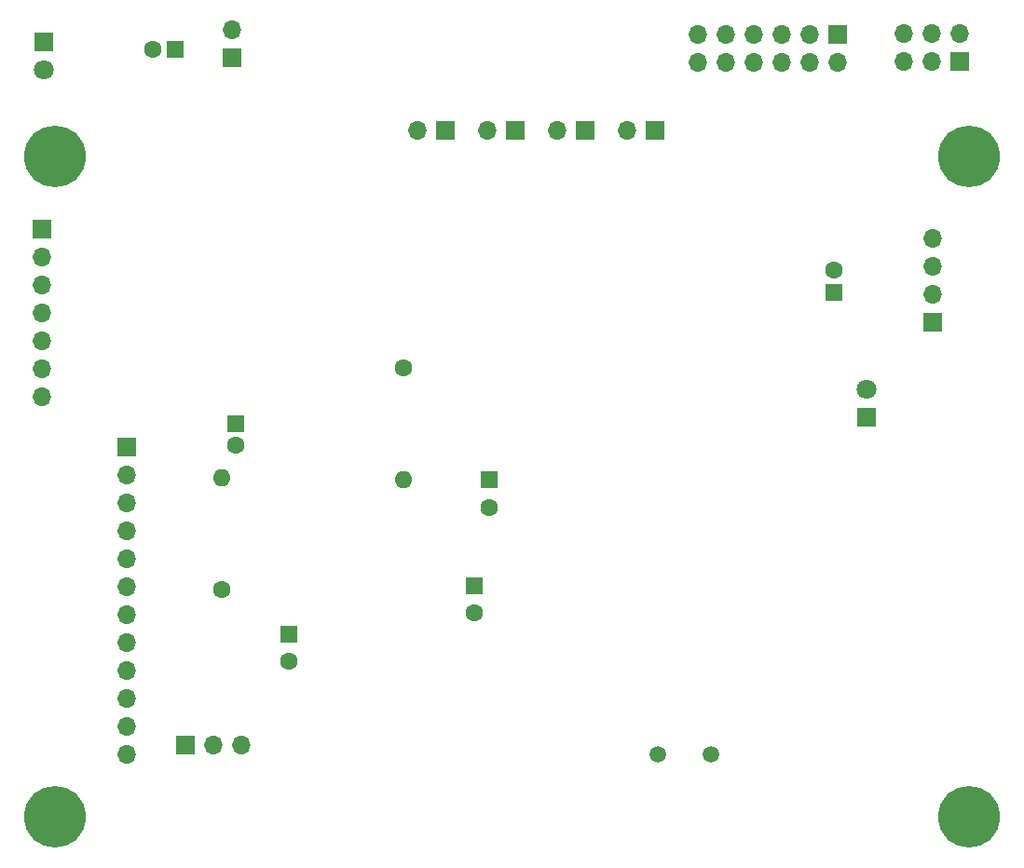
<source format=gts>
G04 #@! TF.FileFunction,Soldermask,Top*
%FSLAX46Y46*%
G04 Gerber Fmt 4.6, Leading zero omitted, Abs format (unit mm)*
G04 Created by KiCad (PCBNEW 4.0.7-e2-6376~58~ubuntu14.04.1) date Fri Dec 29 09:41:15 2017*
%MOMM*%
%LPD*%
G01*
G04 APERTURE LIST*
%ADD10C,0.100000*%
%ADD11R,1.800000X1.800000*%
%ADD12C,1.800000*%
%ADD13R,1.700000X1.700000*%
%ADD14O,1.700000X1.700000*%
%ADD15C,1.500000*%
%ADD16R,1.600000X1.600000*%
%ADD17C,1.600000*%
%ADD18O,1.600000X1.600000*%
%ADD19C,5.600000*%
G04 APERTURE END LIST*
D10*
D11*
X74000000Y-46600000D03*
D12*
X74000000Y-49140000D03*
D13*
X157200000Y-48400000D03*
D14*
X157200000Y-45860000D03*
X154660000Y-48400000D03*
X154660000Y-45860000D03*
X152120000Y-48400000D03*
X152120000Y-45860000D03*
D13*
X146100000Y-45900000D03*
D14*
X146100000Y-48440000D03*
X143560000Y-45900000D03*
X143560000Y-48440000D03*
X141020000Y-45900000D03*
X141020000Y-48440000D03*
X138480000Y-45900000D03*
X138480000Y-48440000D03*
X135940000Y-45900000D03*
X135940000Y-48440000D03*
X133400000Y-45900000D03*
X133400000Y-48440000D03*
D13*
X154700000Y-72100000D03*
D14*
X154700000Y-69560000D03*
X154700000Y-67020000D03*
X154700000Y-64480000D03*
D13*
X91100000Y-48000000D03*
D14*
X91100000Y-45460000D03*
D15*
X134620000Y-111360000D03*
X129740000Y-111360000D03*
D16*
X145796000Y-69342000D03*
D17*
X145796000Y-67342000D03*
D16*
X114400000Y-86400000D03*
D17*
X114400000Y-88900000D03*
D16*
X113100000Y-96000000D03*
D17*
X113100000Y-98500000D03*
D13*
X129540000Y-54610000D03*
D14*
X127000000Y-54610000D03*
D13*
X123190000Y-54610000D03*
D14*
X120650000Y-54610000D03*
D13*
X110490000Y-54610000D03*
D14*
X107950000Y-54610000D03*
D13*
X116840000Y-54610000D03*
D14*
X114300000Y-54610000D03*
D16*
X85900000Y-47300000D03*
D17*
X83900000Y-47300000D03*
X90100000Y-96400000D03*
D18*
X90100000Y-86240000D03*
D17*
X106680000Y-76200000D03*
D18*
X106680000Y-86360000D03*
D11*
X148700000Y-80700000D03*
D12*
X148700000Y-78160000D03*
D16*
X91440000Y-81280000D03*
D17*
X91440000Y-83280000D03*
D16*
X96200000Y-100400000D03*
D17*
X96200000Y-102900000D03*
D13*
X73825000Y-63570000D03*
D14*
X73825000Y-66110000D03*
X73825000Y-68650000D03*
X73825000Y-71190000D03*
X73825000Y-73730000D03*
X73825000Y-76270000D03*
X73825000Y-78810000D03*
D19*
X75000000Y-57000000D03*
X158000000Y-57000000D03*
X158000000Y-117000000D03*
X75000000Y-117000000D03*
D13*
X81500000Y-83400000D03*
D14*
X81500000Y-85940000D03*
X81500000Y-88480000D03*
X81500000Y-91020000D03*
X81500000Y-93560000D03*
X81500000Y-96100000D03*
X81500000Y-98640000D03*
X81500000Y-101180000D03*
X81500000Y-103720000D03*
X81500000Y-106260000D03*
X81500000Y-108800000D03*
X81500000Y-111340000D03*
D13*
X86850000Y-110500000D03*
D14*
X89390000Y-110500000D03*
X91930000Y-110500000D03*
M02*

</source>
